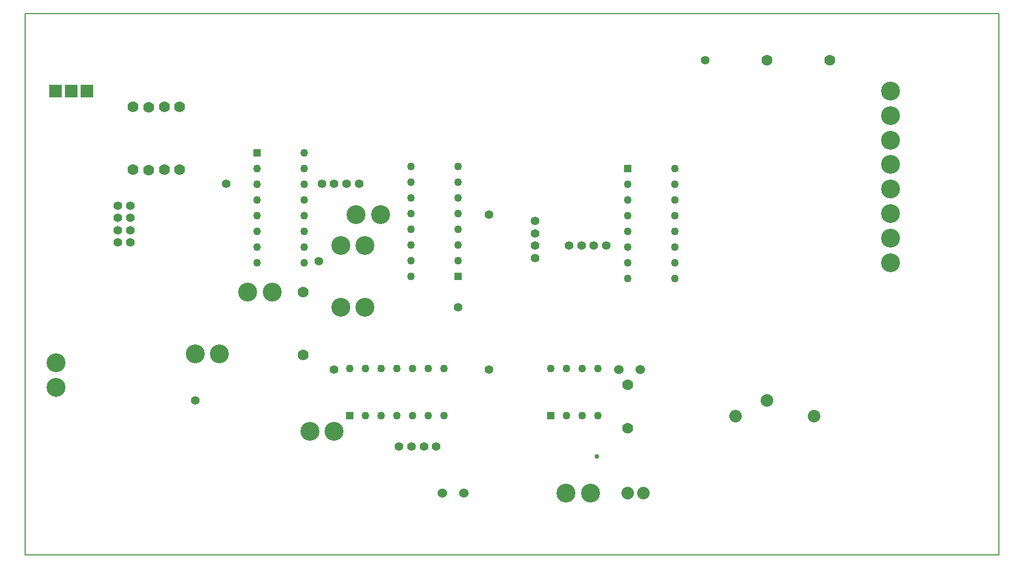
<source format=gbr>
G04 PROTEUS GERBER X2 FILE*
%TF.GenerationSoftware,Labcenter,Proteus,8.11-SP0-Build30052*%
%TF.CreationDate,2023-05-22T14:03:23+00:00*%
%TF.FileFunction,Copper,L2,Bot*%
%TF.FilePolarity,Positive*%
%TF.Part,Single*%
%TF.SameCoordinates,{9aae922a-4e75-4b79-837c-5e4d9500d0df}*%
%FSLAX45Y45*%
%MOMM*%
G01*
%TA.AperFunction,ViaPad*%
%ADD11C,0.762000*%
%TA.AperFunction,ComponentPad*%
%ADD12C,3.048000*%
%TA.AperFunction,ComponentPad*%
%ADD13R,2.032000X2.032000*%
%TA.AperFunction,WasherPad*%
%ADD14C,1.397000*%
%TA.AperFunction,ComponentPad*%
%ADD15C,1.778000*%
%TA.AperFunction,ComponentPad*%
%ADD16R,1.270000X1.270000*%
%ADD17C,1.270000*%
%TA.AperFunction,ComponentPad*%
%ADD18C,1.524000*%
%ADD19C,2.032000*%
%TA.AperFunction,Profile*%
%ADD70C,0.203200*%
%TD.AperFunction*%
D11*
X-6000000Y+6087315D03*
D12*
X-14750000Y+7603760D03*
X-14750000Y+7207520D03*
D13*
X-14754000Y+12000000D03*
X-14500000Y+12000000D03*
X-14246000Y+12000000D03*
D14*
X-13750000Y+10150000D03*
X-13550000Y+10150000D03*
X-13750000Y+9950000D03*
X-13550000Y+9950000D03*
X-13750000Y+9750000D03*
X-13550000Y+9750000D03*
X-13750000Y+9550000D03*
X-13550000Y+9550000D03*
D15*
X-13500000Y+11750000D03*
X-13500000Y+10734000D03*
X-13250000Y+11734000D03*
X-13250000Y+10718000D03*
X-13000000Y+11750000D03*
X-13000000Y+10734000D03*
X-12750000Y+11750000D03*
X-12750000Y+10734000D03*
D16*
X-8250000Y+9000000D03*
D17*
X-8250000Y+9254000D03*
X-8250000Y+9508000D03*
X-8250000Y+9762000D03*
X-8250000Y+10016000D03*
X-8250000Y+10270000D03*
X-8250000Y+10524000D03*
X-8250000Y+10778000D03*
X-9012000Y+10778000D03*
X-9012000Y+10524000D03*
X-9012000Y+10270000D03*
X-9012000Y+10016000D03*
X-9012000Y+9762000D03*
X-9012000Y+9508000D03*
X-9012000Y+9254000D03*
X-9012000Y+9000000D03*
D14*
X-7000000Y+9900000D03*
X-7000000Y+9700000D03*
X-7000000Y+9500000D03*
X-7000000Y+9300000D03*
D16*
X-5500000Y+10750000D03*
D17*
X-5500000Y+10496000D03*
X-5500000Y+10242000D03*
X-5500000Y+9988000D03*
X-5500000Y+9734000D03*
X-5500000Y+9480000D03*
X-5500000Y+9226000D03*
X-5500000Y+8972000D03*
X-4738000Y+8972000D03*
X-4738000Y+9226000D03*
X-4738000Y+9480000D03*
X-4738000Y+9734000D03*
X-4738000Y+9988000D03*
X-4738000Y+10242000D03*
X-4738000Y+10496000D03*
X-4738000Y+10750000D03*
D14*
X-6450000Y+9500000D03*
X-6250000Y+9500000D03*
X-6050000Y+9500000D03*
X-5850000Y+9500000D03*
D16*
X-10000000Y+6750000D03*
D17*
X-9746000Y+6750000D03*
X-9492000Y+6750000D03*
X-9238000Y+6750000D03*
X-8984000Y+6750000D03*
X-8730000Y+6750000D03*
X-8476000Y+6750000D03*
X-8476000Y+7512000D03*
X-8730000Y+7512000D03*
X-8984000Y+7512000D03*
X-9238000Y+7512000D03*
X-9492000Y+7512000D03*
X-9746000Y+7512000D03*
X-10000000Y+7512000D03*
D16*
X-11500000Y+11000000D03*
D17*
X-11500000Y+10746000D03*
X-11500000Y+10492000D03*
X-11500000Y+10238000D03*
X-11500000Y+9984000D03*
X-11500000Y+9730000D03*
X-11500000Y+9476000D03*
X-11500000Y+9222000D03*
X-10738000Y+9222000D03*
X-10738000Y+9476000D03*
X-10738000Y+9730000D03*
X-10738000Y+9984000D03*
X-10738000Y+10238000D03*
X-10738000Y+10492000D03*
X-10738000Y+10746000D03*
X-10738000Y+11000000D03*
D12*
X-1250000Y+12000000D03*
X-1250000Y+11603760D03*
X-1250000Y+11207520D03*
X-1250000Y+10811280D03*
X-1250000Y+10415040D03*
X-1250000Y+10018800D03*
X-1250000Y+9622560D03*
X-1250000Y+9226320D03*
D15*
X-3250000Y+12500000D03*
X-2234000Y+12500000D03*
D16*
X-6750000Y+6750000D03*
D17*
X-6496000Y+6750000D03*
X-6242000Y+6750000D03*
X-5988000Y+6750000D03*
X-5988000Y+7512000D03*
X-6242000Y+7512000D03*
X-6496000Y+7512000D03*
X-6750000Y+7512000D03*
D15*
X-5500000Y+7250000D03*
X-5500000Y+6550000D03*
D18*
X-5650000Y+7500000D03*
X-5300000Y+7500000D03*
X-8500000Y+5500000D03*
X-8150000Y+5500000D03*
D19*
X-5500000Y+5500000D03*
X-5246000Y+5500000D03*
D15*
X-10750000Y+8750000D03*
X-10750000Y+7734000D03*
D19*
X-2488000Y+6746000D03*
X-3758000Y+6746000D03*
X-3250000Y+7000000D03*
D12*
X-6500000Y+5500000D03*
X-6103760Y+5500000D03*
X-12500000Y+7750000D03*
X-12103760Y+7750000D03*
D14*
X-10450000Y+10500000D03*
X-10250000Y+10500000D03*
X-10050000Y+10500000D03*
X-9850000Y+10500000D03*
X-9200000Y+6250000D03*
X-9000000Y+6250000D03*
X-8800000Y+6250000D03*
X-8600000Y+6250000D03*
D12*
X-10646240Y+6500000D03*
X-10250000Y+6500000D03*
D14*
X-7750000Y+7500000D03*
X-12000000Y+10500000D03*
D12*
X-9896240Y+10000000D03*
X-9500000Y+10000000D03*
X-11646240Y+8750000D03*
X-11250000Y+8750000D03*
X-10146240Y+9500000D03*
X-9750000Y+9500000D03*
X-10146240Y+8500000D03*
X-9750000Y+8500000D03*
D14*
X-12500000Y+7000000D03*
X-10250000Y+7500000D03*
X-10500000Y+9250000D03*
X-8250000Y+8500000D03*
X-4250000Y+12500000D03*
X-7750000Y+10000000D03*
D70*
X-15250000Y+4500000D02*
X+500000Y+4500000D01*
X+500000Y+13250000D01*
X-15250000Y+13250000D01*
X-15250000Y+4500000D01*
M02*

</source>
